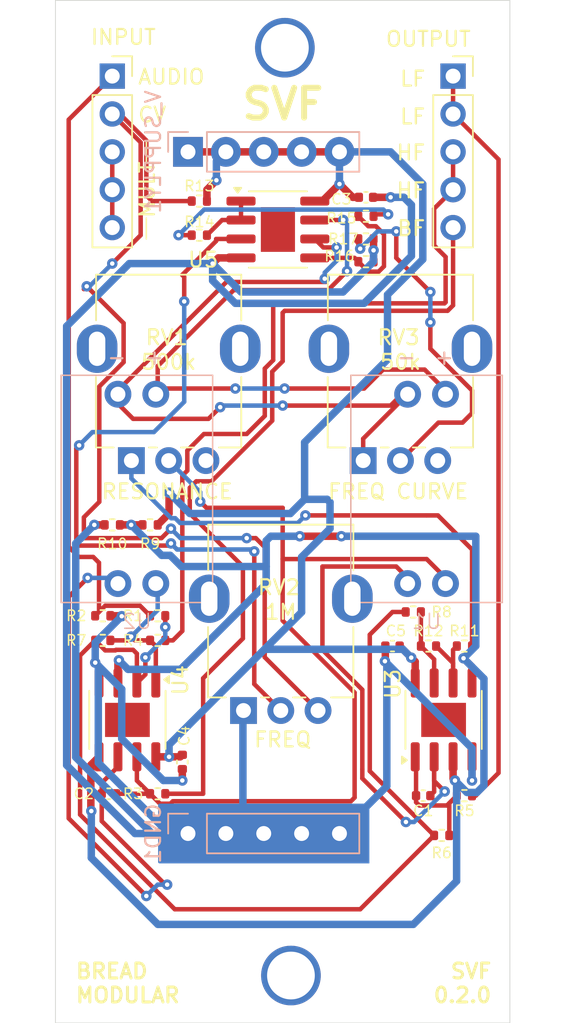
<source format=kicad_pcb>
(kicad_pcb (version 20240108) (generator "pcbnew") (generator_version "8.0")
  (layers (0 "F.Cu" signal) (31 "B.Cu" signal) (34 "B.Paste" user) (35 "F.Paste" user) (36 "B.SilkS" user "B.Silkscreen") (37 "F.SilkS" user "F.Silkscreen") (38 "B.Mask" user) (39 "F.Mask" user) (44 "Edge.Cuts" user))
  (net 0 "")
  (net 1 "GND")
  (net 2 "Net-(C1-Pad2)")
  (net 3 "Net-(U3A--)")
  (net 4 "Net-(U4B--)")
  (net 5 "Net-(C2-Pad2)")
  (net 6 "Net-(INPUT1-Pin_3)")
  (net 7 "V_IN")
  (net 8 "V_CV")
  (net 9 "V_HF")
  (net 10 "V_LF")
  (net 11 "V_BF")
  (net 12 "V_SUPPLY")
  (net 13 "Net-(U4A--)")
  (net 14 "Net-(R4-Pad1)")
  (net 15 "Net-(R12-Pad1)")
  (net 16 "V_MID")
  (net 17 "Net-(R11-Pad2)")
  (net 18 "Net-(U3B--)")
  (net 19 "Net-(U5A--)")
  (net 20 "Net-(R14-Pad1)")
  (net 21 "Net-(U5B-+)")
  (net 22 "VACTROL_NEG")
  (net 24 "Net-(U5A-+)")
  (net 25 "VACTROL_POS")
  (net 26 "Net-(R17-Pad2)")
  (footprint "Resistor_SMD:R_0402_1005Metric" (layer "F.Cu") (at 67.816 55.118)
    (property "Reference" "R15")
    (property "Value" "1M")
  )
  (footprint "Package_SO:SOIC-8-1EP_3.9x4.9mm_P1.27mm_EP2.29x3mm" (layer "F.Cu") (at 73.025 88.9 90)
    (property "Reference" "U3")
    (property "Value" "MCP6002-xSN")
  )
  (footprint "Resistor_SMD:R_0402_1005Metric" (layer "F.Cu") (at 50.163 81.915 180)
    (property "Reference" "R2")
    (property "Value" "22k")
  )
  (footprint "BreadModular_Pots:Potentiometer_RV09" (layer "F.Cu") (at 54.711 64.516)
    (property "Reference" "RV1")
    (property "Value" "500k")
  )
  (footprint "BreadModular_Pots:Potentiometer_RV09" (layer "F.Cu") (at 62.23 81.28)
    (property "Reference" "RV2")
    (property "Value" "1M")
  )
  (footprint "Resistor_SMD:R_0402_1005Metric" (layer "F.Cu") (at 53.846 93.853)
    (property "Reference" "R3")
    (property "Value" "1k")
  )
  (footprint "Resistor_SMD:R_0402_1005Metric" (layer "F.Cu") (at 56.64 56.388)
    (property "Reference" "R14")
    (property "Value" "1k")
  )
  (footprint "Capacitor_SMD:C_0402_1005Metric" (layer "F.Cu") (at 55.499 91.722 -90)
    (property "Reference" "C4")
    (property "Value" "0.1uf")
  )
  (footprint "Resistor_SMD:R_0402_1005Metric" (layer "F.Cu") (at 56.64 54.102)
    (property "Reference" "R13")
    (property "Value" "100k")
  )
  (footprint "Connector_PinSocket_2.54mm:PinSocket_1x05_P2.54mm_Vertical" (layer "F.Cu") (at 50.8 45.72)
    (property "Reference" "INPUT1")
    (property "Value" "Conn_01x05_Socket")
  )
  (footprint "Resistor_SMD:R_0402_1005Metric" (layer "F.Cu") (at 72.896 96.647 180)
    (property "Reference" "R6")
    (property "Value" "10k")
  )
  (footprint "Capacitor_SMD:C_0402_1005Metric" (layer "F.Cu") (at 71.656 93.98 180)
    (property "Reference" "C1")
    (property "Value" "10nf")
  )
  (footprint "Package_SO:SOIC-8-1EP_3.9x4.9mm_P1.27mm_EP2.29x3mm" (layer "F.Cu") (at 51.816 88.9 -90)
    (property "Reference" "U4")
    (property "Value" "MCP6002-xSN")
  )
  (footprint "Resistor_SMD:R_0402_1005Metric" (layer "F.Cu") (at 72.009 83.947)
    (property "Reference" "R12")
    (property "Value" "51k")
  )
  (footprint "Resistor_SMD:R_0402_1005Metric" (layer "F.Cu") (at 53.338 75.819 180)
    (property "Reference" "R9")
    (property "Value" "1k")
  )
  (footprint "Capacitor_SMD:C_0402_1005Metric" (layer "F.Cu") (at 50.574 93.853)
    (property "Reference" "C2")
    (property "Value" "10nf")
  )
  (footprint "Resistor_SMD:R_0402_1005Metric" (layer "F.Cu") (at 53.848 83.566)
    (property "Reference" "R4")
    (property "Value" "1k")
  )
  (footprint "Resistor_SMD:R_0402_1005Metric" (layer "F.Cu") (at 50.163 83.566)
    (property "Reference" "R7")
    (property "Value" "10k")
  )
  (footprint "Resistor_SMD:R_0402_1005Metric" (layer "F.Cu") (at 67.816 58.166 180)
    (property "Reference" "R16")
    (property "Value" "1M")
  )
  (footprint "Capacitor_SMD:C_0402_1005Metric" (layer "F.Cu") (at 67.818 53.848)
    (property "Reference" "C3")
    (property "Value" "0.1uf")
  )
  (footprint "Resistor_SMD:R_0402_1005Metric" (layer "F.Cu") (at 53.846 81.915)
    (property "Reference" "R1")
    (property "Value" "51k")
  )
  (footprint "Resistor_SMD:R_0402_1005Metric" (layer "F.Cu") (at 50.802 75.819 180)
    (property "Reference" "R10")
    (property "Value" "1k")
  )
  (footprint "Capacitor_SMD:C_0402_1005Metric" (layer "F.Cu") (at 69.596 83.947 180)
    (property "Reference" "C5")
    (property "Value" "0.1uf")
  )
  (footprint "Connector_PinSocket_2.54mm:PinSocket_1x05_P2.54mm_Vertical" (layer "F.Cu") (at 73.66 45.72)
    (property "Reference" "OUTPUT1")
    (property "Value" "Conn_01x05_Socket")
  )
  (footprint "Resistor_SMD:R_0402_1005Metric" (layer "F.Cu") (at 67.816 56.642 180)
    (property "Reference" "R17")
    (property "Value" "5.1k")
  )
  (footprint "Resistor_SMD:R_0402_1005Metric" (layer "F.Cu") (at 70.991 81.661 180)
    (property "Reference" "R8")
    (property "Value" "10k")
  )
  (footprint "Resistor_SMD:R_0402_1005Metric" (layer "F.Cu") (at 74.422 83.947)
    (property "Reference" "R11")
    (property "Value" "51k")
  )
  (footprint "BreadModular_Pots:Potentiometer_RV09" (layer "F.Cu") (at 70.257 64.516)
    (property "Reference" "RV3")
    (property "Value" "50k")
  )
  (footprint "Resistor_SMD:R_0402_1005Metric" (layer "F.Cu") (at 74.42 93.98)
    (property "Reference" "R5")
    (property "Value" "1k")
  )
  (footprint "Package_SO:SOIC-8-1EP_3.9x4.9mm_P1.27mm_EP2.29x3mm" (layer "F.Cu") (at 61.911 56.007)
    (property "Reference" "U5")
    (property "Value" "MCP6002-xSN")
  )
  (footprint "BreadModular_MISC:VTL5C" (layer "B.Cu") (at 71.882 73.406 180)
    (property "Reference" "U1")
    (property "Value" "VTL5C")
  )
  (footprint "BreadModular_MISC:Power_Connector" (layer "B.Cu") (at 55.88 50.8 -90)
    (property "Reference" "V_SUPPLY1")
    (property "Value" "Conn_01x05_Pin")
  )
  (footprint "BreadModular_MISC:Power_Connector" (layer "B.Cu") (at 55.88 96.52 -90)
    (property "Reference" "GND1")
    (property "Value" "Conn_01x05_Pin")
  )
  (footprint "BreadModular_MISC:VTL5C" (layer "B.Cu") (at 52.451 73.406 180)
    (property "Reference" "U2")
    (property "Value" "VTL5C")
  )
  (gr_poly (pts (xy 53.975 94.615) (xy 67.945 94.615) (xy 67.945 98.425) (xy 53.975 98.425)) (stroke (width 0.2)) (fill solid) (layer "B.Cu") (net 1))
  (gr_line (start 53.086 51.435) (end 53.086 50.165) (stroke (width 0.1)) (layer "F.SilkS"))
  (gr_line (start 53.086 55.245) (end 53.086 56.642) (stroke (width 0.1)) (layer "F.SilkS"))
  (gr_line (start 46.99 109.22) (end 77.47 109.22) (stroke (width 0.05)) (layer "Edge.Cuts"))
  (gr_line (start 77.47 40.64) (end 46.99 40.64) (stroke (width 0.05)) (layer "Edge.Cuts"))
  (gr_line (start 46.99 40.64) (end 46.99 109.22) (stroke (width 0.05)) (layer "Edge.Cuts"))
  (gr_line (start 77.47 109.22) (end 77.47 40.64) (stroke (width 0.05)) (layer "Edge.Cuts"))
  (gr_text "HF" (at 71.882 53.975 0) (layer "F.SilkS") (effects (font (size 1 1)) (justify right bottom)))
  (gr_text "LF" (at 71.882 46.482 0) (layer "F.SilkS") (effects (font (size 1 1)) (justify right bottom)))
  (gr_text "AUDIO" (at 52.451 46.355 0) (layer "F.SilkS") (effects (font (size 1 1)) (justify left bottom)))
  (gr_text "INPUT" (at 49.276 43.688 0) (layer "F.SilkS") (effects (font (size 1 1)) (justify left bottom)))
  (gr_text "RESONANCE" (at 54.483 74.168 0) (layer "F.SilkS") (effects (font (size 1 1)) (justify bottom)))
  (gr_text "SVF\n0.2.0" (at 76.327 107.95 0) (layer "F.SilkS") (effects (font (size 1 1) (thickness 0.2) (bold yes)) (justify right bottom)))
  (gr_text "SVF" (at 59.309 48.768 0) (layer "F.SilkS") (effects (font (size 2 2) (thickness 0.4) (bold yes)) (justify left bottom)))
  (gr_text "LF" (at 71.882 49.022 0) (layer "F.SilkS") (effects (font (size 1 1)) (justify right bottom)))
  (gr_text "FREQ" (at 62.23 90.805 0) (layer "F.SilkS") (effects (font (size 1 1)) (justify bottom)))
  (gr_text "BF" (at 71.882 56.515 0) (layer "F.SilkS") (effects (font (size 1 1)) (justify right bottom)))
  (gr_text "FREQ CURVE" (at 69.977 74.168 0) (layer "F.SilkS") (effects (font (size 1 1)) (justify bottom)))
  (gr_text "MULT" (at 53.721 53.34 90) (layer "F.SilkS") (effects (font (size 1 1)) (justify bottom)))
  (gr_text "CV" (at 52.451 48.895 0) (layer "F.SilkS") (effects (font (size 1 1)) (justify left bottom)))
  (gr_text "HF" (at 71.882 51.435 0) (layer "F.SilkS") (effects (font (size 1 1)) (justify right bottom)))
  (gr_text "OUTPUT" (at 74.93 43.815 0) (layer "F.SilkS") (effects (font (size 1 1)) (justify right bottom)))
  (gr_text "BREAD\nMODULAR" (at 48.26 107.95 0) (layer "F.SilkS") (effects (font (size 1 1) (thickness 0.2) (bold yes)) (justify left bottom)))
  (via (at 62.784908 106.045) (size 4) (drill 3.2) (layers "F.Cu" "B.Cu") (net 0))
  (via (at 62.37758 43.815) (size 4) (drill 3.2) (layers "F.Cu" "B.Cu") (net 0))
  (segment (start 55.499 92.202) (end 55.499 92.964) (width 0.5) (layer "F.Cu") (net 1))
  (segment (start 50.288 75.819) (end 49.595 75.819) (width 0.5) (layer "F.Cu") (net 1))
  (segment (start 55.88 96.52) (end 66.04 96.52) (width 0.5) (layer "F.Cu") (net 1))
  (segment (start 69.116 83.947) (end 69.116 84.935) (width 0.5) (layer "F.Cu") (net 1))
  (segment (start 68.298 53.848) (end 69.469 53.848) (width 0.5) (layer "F.Cu") (net 1))
  (segment (start 51.405 81.915) (end 51.435 81.945) (width 0.5) (layer "F.Cu") (net 1))
  (segment (start 50.673 81.915) (end 51.405 81.915) (width 0.5) (layer "F.Cu") (net 1))
  (segment (start 74.93 91.375) (end 74.93 92.964) (width 0.5) (layer "F.Cu") (net 1))
  (segment (start 49.911 85.311584) (end 49.658183 85.058767) (width 0.5) (layer "F.Cu") (net 1))
  (segment (start 68.326 56.642) (end 68.326 57.404) (width 0.5) (layer "F.Cu") (net 1))
  (segment (start 57.912 57.912) (end 57.531 58.293) (width 0.5) (layer "F.Cu") (net 1))
  (segment (start 68.326 57.404) (end 68.326 58.166) (width 0.5) (layer "F.Cu") (net 1))
  (segment (start 69.116 84.935) (end 69.088 84.963) (width 0.5) (layer "F.Cu") (net 1))
  (segment (start 49.911 86.425) (end 49.911 85.311584) (width 0.5) (layer "F.Cu") (net 1))
  (segment (start 59.436 57.912) (end 57.912 57.912) (width 0.5) (layer "F.Cu") (net 1))
  (via (at 55.499 92.964) (size 0.7) (drill 0.3) (layers "F.Cu" "B.Cu") (net 1))
  (via (at 57.531 58.293) (size 0.7) (drill 0.3) (layers "F.Cu" "B.Cu") (net 1))
  (via (at 49.595 75.819) (size 0.7) (drill 0.3) (layers "F.Cu" "B.Cu") (net 1))
  (via (at 69.469 53.848) (size 0.7) (drill 0.3) (layers "F.Cu" "B.Cu") (net 1))
  (via (at 49.658183 85.058767) (size 0.7) (drill 0.3) (layers "F.Cu" "B.Cu") (net 1))
  (via (at 68.326 57.404) (size 0.7) (drill 0.3) (layers "F.Cu" "B.Cu") (net 1))
  (via (at 69.088 84.963) (size 0.7) (drill 0.3) (layers "F.Cu" "B.Cu") (net 1))
  (via (at 74.93 92.964) (size 0.7) (drill 0.3) (layers "F.Cu" "B.Cu") (net 1))
  (via (at 51.435 81.945) (size 0.7) (drill 0.3) (layers "F.Cu" "B.Cu") (net 1))
  (segment (start 68.326 58.154371) (end 66.282371 60.198) (width 0.5) (layer "B.Cu") (net 1))
  (segment (start 67.691 60.96) (end 59.055 60.96) (width 0.5) (layer "B.Cu") (net 1))
  (segment (start 69.469 53.848) (end 70.358 53.848) (width 0.5) (layer "B.Cu") (net 1))
  (segment (start 48.349 91.402) (end 48.349 77.065) (width 0.5) (layer "B.Cu") (net 1))
  (segment (start 59.436 60.198) (end 57.531 58.293) (width 0.5) (layer "B.Cu") (net 1))
  (segment (start 51.943 58.293) (end 47.74 62.496) (width 0.5) (layer "B.Cu") (net 1))
  (segment (start 49.863708 85.264292) (end 49.863708 91.773708) (width 0.5) (layer "B.Cu") (net 1))
  (segment (start 69.215 93.345) (end 66.04 96.52) (width 0.5) (layer "B.Cu") (net 1))
  (segment (start 49.863708 91.773708) (end 54.61 96.52) (width 0.5) (layer "B.Cu") (net 1))
  (segment (start 59.603 88.86) (end 59.563 88.9) (width 0.5) (layer "B.Cu") (net 1))
  (segment (start 48.349 77.065) (end 49.595 75.819) (width 0.5) (layer "B.Cu") (net 1))
  (segment (start 54.229 92.964) (end 51.435 90.17) (width 0.5) (layer "B.Cu") (net 1))
  (segment (start 70.866 54.356) (end 70.866 57.785) (width 0.5) (layer "B.Cu") (net 1))
  (segment (start 57.531 58.293) (end 51.943 58.293) (width 0.5) (layer "B.Cu") (net 1))
  (segment (start 53.467 96.52) (end 48.349 91.402) (width 0.5) (layer "B.Cu") (net 1))
  (segment (start 52.324 96.52) (end 55.88 96.52) (width 0.5) (layer "B.Cu") (net 1))
  (segment (start 47.74 62.496) (end 47.74 91.936) (width 0.5) (layer "B.Cu") (net 1))
  (segment (start 51.435 86.835584) (end 49.658183 85.058767) (width 0.5) (layer "B.Cu") (net 1))
  (segment (start 66.282371 60.198) (end 59.436 60.198) (width 0.5) (layer "B.Cu") (net 1))
  (segment (start 51.435 81.945) (end 49.658183 83.721817) (width 0.5) (layer "B.Cu") (net 1))
  (segment (start 74.93 92.964) (end 74.93 90.805) (width 0.5) (layer "B.Cu") (net 1))
  (segment (start 59.563 88.9) (end 59.563 95.377) (width 0.5) (layer "B.Cu") (net 1))
  (segment (start 70.358 53.848) (end 70.866 54.356) (width 0.5) (layer "B.Cu") (net 1))
  (segment (start 59.603 88.272) (end 59.603 88.86) (width 0.5) (layer "B.Cu") (net 1))
  (segment (start 49.658183 83.721817) (end 49.658183 85.058767) (width 0.5) (layer "B.Cu") (net 1))
  (segment (start 49.658183 85.058767) (end 49.863708 85.264292) (width 0.5) (layer "B.Cu") (net 1))
  (segment (start 59.055 60.96) (end 57.531 59.436) (width 0.5) (layer "B.Cu") (net 1))
  (segment (start 74.93 90.805) (end 69.088 84.963) (width 0.5) (layer "B.Cu") (net 1))
  (segment (start 69.215 85.09) (end 69.215 93.345) (width 0.5) (layer "B.Cu") (net 1))
  (segment (start 47.74 91.936) (end 52.324 96.52) (width 0.5) (layer "B.Cu") (net 1))
  (segment (start 68.326 57.404) (end 68.326 58.154371) (width 0.5) (layer "B.Cu") (net 1))
  (segment (start 59.563 95.377) (end 58.42 96.52) (width 0.5) (layer "B.Cu") (net 1))
  (segment (start 69.088 84.963) (end 69.215 85.09) (width 0.5) (layer "B.Cu") (net 1))
  (segment (start 55.499 92.964) (end 54.229 92.964) (width 0.5) (layer "B.Cu") (net 1))
  (segment (start 54.61 96.52) (end 55.88 96.52) (width 0.5) (layer "B.Cu") (net 1))
  (segment (start 51.435 90.17) (end 51.435 86.835584) (width 0.5) (layer "B.Cu") (net 1))
  (segment (start 55.88 96.52) (end 53.467 96.52) (width 0.5) (layer "B.Cu") (net 1))
  (segment (start 57.531 59.436) (end 57.531 58.293) (width 0.5) (layer "B.Cu") (net 1))
  (segment (start 70.866 57.785) (end 67.691 60.96) (width 0.5) (layer "B.Cu") (net 1))
  (segment (start 71.176 93.98) (end 71.176 91.431) (width 0.3) (layer "F.Cu") (net 2))
  (segment (start 71.399 94.64) (end 71.176 94.417) (width 0.3) (layer "F.Cu") (net 2))
  (segment (start 73.406 96.647) (end 73.406 94.484) (width 0.3) (layer "F.Cu") (net 2))
  (segment (start 73.406 94.484) (end 73.91 93.98) (width 0.3) (layer "F.Cu") (net 2))
  (segment (start 73.91 93.98) (end 73.25 94.64) (width 0.3) (layer "F.Cu") (net 2))
  (segment (start 73.25 94.64) (end 71.399 94.64) (width 0.3) (layer "F.Cu") (net 2))
  (segment (start 71.176 94.417) (end 71.176 93.98) (width 0.3) (layer "F.Cu") (net 2))
  (segment (start 71.176 91.431) (end 71.12 91.375) (width 0.3) (layer "F.Cu") (net 2))
  (segment (start 72.39 91.375) (end 72.39 93.726) (width 0.3) (layer "F.Cu") (net 3))
  (segment (start 64.897 84.201) (end 67.056 86.36) (width 0.3) (layer "F.Cu") (net 3))
  (segment (start 73.096432 93.697829) (end 72.39 92.991397) (width 0.3) (layer "F.Cu") (net 3))
  (segment (start 67.572 86.876) (end 67.572 92.202) (width 0.3) (layer "F.Cu") (net 3))
  (segment (start 67.056 86.36) (end 67.572 86.876) (width 0.3) (layer "F.Cu") (net 3))
  (segment (start 72.39 92.991397) (end 72.39 91.375) (width 0.3) (layer "F.Cu") (net 3))
  (segment (start 64.897 78.613) (end 64.897 84.201) (width 0.3) (layer "F.Cu") (net 3))
  (segment (start 67.572 92.202) (end 67.572 92.82295) (width 0.3) (layer "F.Cu") (net 3))
  (segment (start 70.612 79.375) (end 69.85 78.613) (width 0.3) (layer "F.Cu") (net 3))
  (segment (start 72.39 93.726) (end 72.136 93.98) (width 0.3) (layer "F.Cu") (net 3))
  (segment (start 67.572 92.82295) (end 70.496025 95.746975) (width 0.3) (layer "F.Cu") (net 3))
  (segment (start 69.85 78.613) (end 64.897 78.613) (width 0.3) (layer "F.Cu") (net 3))
  (via (at 70.496025 95.746975) (size 0.7) (drill 0.3) (layers "F.Cu" "B.Cu") (net 3))
  (via (at 73.096432 93.697829) (size 0.7) (drill 0.3) (layers "F.Cu" "B.Cu") (net 3))
  (segment (start 71.047286 95.746975) (end 70.496025 95.746975) (width 0.3) (layer "B.Cu") (net 3))
  (segment (start 73.096432 93.697829) (end 71.047286 95.746975) (width 0.3) (layer "B.Cu") (net 3))
  (segment (start 51.181 92.037524) (end 51.181 91.375) (width 0.3) (layer "F.Cu") (net 4))
  (segment (start 54.356 99.949) (end 50.094 95.687) (width 0.3) (layer "F.Cu") (net 4))
  (segment (start 54.483 99.949) (end 54.356 99.949) (width 0.3) (layer "F.Cu") (net 4))
  (segment (start 47.879 80.645) (end 49.149 79.375) (width 0.3) (layer "F.Cu") (net 4))
  (segment (start 47.879 95.504) (end 47.879 80.645) (width 0.3) (layer "F.Cu") (net 4))
  (segment (start 53.086 100.711) (end 47.879 95.504) (width 0.3) (layer "F.Cu") (net 4))
  (segment (start 50.094 95.687) (end 50.094 93.853) (width 0.3) (layer "F.Cu") (net 4))
  (segment (start 50.094 93.853) (end 50.094 93.124524) (width 0.3) (layer "F.Cu") (net 4))
  (segment (start 50.094 93.124524) (end 51.181 92.037524) (width 0.3) (layer "F.Cu") (net 4))
  (via (at 49.149 79.375) (size 0.7) (drill 0.3) (layers "F.Cu" "B.Cu") (net 4))
  (via (at 53.086 100.711) (size 0.7) (drill 0.3) (layers "F.Cu" "B.Cu") (net 4))
  (via (at 54.483 99.949) (size 0.7) (drill 0.3) (layers "F.Cu" "B.Cu") (net 4))
  (segment (start 53.086 100.711) (end 53.848 99.949) (width 0.3) (layer "B.Cu") (net 4))
  (segment (start 51.308 79.375) (end 49.149 79.375) (width 0.3) (layer "B.Cu") (net 4))
  (segment (start 53.848 99.949) (end 54.483 99.949) (width 0.3) (layer "B.Cu") (net 4))
  (segment (start 62.238 78.113) (end 62.23 78.105) (width 0.3) (layer "F.Cu") (net 5))
  (segment (start 54.695634 94.523) (end 54.865634 94.353) (width 0.3) (layer "F.Cu") (net 5))
  (segment (start 56.699 74.257) (end 57.118 74.676) (width 0.3) (layer "F.Cu") (net 5))
  (segment (start 66.81 94.353) (end 67.056 94.107) (width 0.3) (layer "F.Cu") (net 5))
  (segment (start 54.865634 94.353) (end 66.81 94.353) (width 0.3) (layer "F.Cu") (net 5))
  (segment (start 54.006 94.523) (end 54.695634 94.523) (width 0.3) (layer "F.Cu") (net 5))
  (segment (start 51.054 93.853) (end 53.336 93.853) (width 0.3) (layer "F.Cu") (net 5))
  (segment (start 67.056 94.107) (end 67.056 87.067107) (width 0.3) (layer "F.Cu") (net 5))
  (segment (start 53.336 93.853) (end 54.006 94.523) (width 0.3) (layer "F.Cu") (net 5))
  (segment (start 73.152 79.375) (end 71.89 78.113) (width 0.3) (layer "F.Cu") (net 5))
  (segment (start 57.118 74.676) (end 62.23 74.676) (width 0.3) (layer "F.Cu") (net 5))
  (segment (start 62.23 74.676) (end 62.23 78.105) (width 0.3) (layer "F.Cu") (net 5))
  (segment (start 52.451 92.968) (end 52.451 91.375) (width 0.3) (layer "F.Cu") (net 5))
  (segment (start 67.056 87.067107) (end 62.23 82.241107) (width 0.3) (layer "F.Cu") (net 5))
  (segment (start 53.336 93.853) (end 52.451 92.968) (width 0.3) (layer "F.Cu") (net 5))
  (segment (start 71.89 78.113) (end 62.238 78.113) (width 0.3) (layer "F.Cu") (net 5))
  (segment (start 62.23 82.241107) (end 62.23 78.105) (width 0.3) (layer "F.Cu") (net 5))
  (via (at 56.699 74.257) (size 0.7) (drill 0.3) (layers "F.Cu" "B.Cu") (net 5))
  (segment (start 56.699 73.623) (end 54.584 71.508) (width 0.3) (layer "B.Cu") (net 5))
  (segment (start 56.699 74.257) (end 56.699 73.623) (width 0.3) (layer "B.Cu") (net 5))
  (segment (start 50.8 50.8) (end 50.8 55.88) (width 0.3) (layer "F.Cu") (net 6))
  (segment (start 52.666 81.245) (end 53.336 81.915) (width 0.3) (layer "F.Cu") (net 7))
  (segment (start 50.323 81.245) (end 52.666 81.245) (width 0.3) (layer "F.Cu") (net 7))
  (segment (start 49.653 81.915) (end 50.323 81.245) (width 0.3) (layer "F.Cu") (net 7))
  (segment (start 47.879 77.288107) (end 48.560893 77.97) (width 0.3) (layer "F.Cu") (net 7))
  (segment (start 49.911 78.359) (end 49.911 81.657) (width 0.3) (layer "F.Cu") (net 7))
  (segment (start 49.522 77.97) (end 49.911 78.359) (width 0.3) (layer "F.Cu") (net 7))
  (segment (start 48.560893 77.97) (end 49.522 77.97) (width 0.3) (layer "F.Cu") (net 7))
  (segment (start 50.8 45.72) (end 47.879 48.641) (width 0.3) (layer "F.Cu") (net 7))
  (segment (start 49.911 81.657) (end 49.653 81.915) (width 0.3) (layer "F.Cu") (net 7))
  (segment (start 47.879 48.641) (end 47.879 77.288107) (width 0.3) (layer "F.Cu") (net 7))
  (segment (start 64.603 88.272) (end 61.025 84.694) (width 0.3) (layer "F.Cu") (net 8))
  (segment (start 48.895 76.708) (end 48.895 75.311) (width 0.3) (layer "F.Cu") (net 8))
  (segment (start 50.664305 65.806) (end 51.562 64.908305) (width 0.3) (layer "F.Cu") (net 8))
  (segment (start 48.895 75.311) (end 49.931 74.275) (width 0.3) (layer "F.Cu") (net 8))
  (segment (start 53.086 50.038) (end 53.086 53.721) (width 0.3) (layer "F.Cu") (net 8))
  (segment (start 61.025 77.30705) (end 60.42595 76.708) (width 0.3) (layer "F.Cu") (net 8))
  (segment (start 50.663233 65.806) (end 50.664305 65.806) (width 0.3) (layer "F.Cu") (net 8))
  (segment (start 60.42595 76.708) (end 59.817 76.708) (width 0.3) (layer "F.Cu") (net 8))
  (segment (start 49.931 66.538233) (end 50.663233 65.806) (width 0.3) (layer "F.Cu") (net 8))
  (segment (start 61.025 84.694) (end 61.025 77.30705) (width 0.3) (layer "F.Cu") (net 8))
  (segment (start 54.102 76.708) (end 48.895 76.708) (width 0.3) (layer "F.Cu") (net 8))
  (segment (start 54.737 76.073) (end 54.102 76.708) (width 0.3) (layer "F.Cu") (net 8))
  (segment (start 53.086 53.721) (end 53.467 54.102) (width 0.3) (layer "F.Cu") (net 8))
  (segment (start 50.8 48.26) (end 51.308 48.26) (width 0.3) (layer "F.Cu") (net 8))
  (segment (start 49.087 59.817) (end 48.895 60.009) (width 0.3) (layer "F.Cu") (net 8))
  (segment (start 51.562 62.292) (end 49.087 59.817) (width 0.3) (layer "F.Cu") (net 8))
  (segment (start 52.705 56.388) (end 52.705 50.165) (width 0.3) (layer "F.Cu") (net 8))
  (segment (start 49.931 74.275) (end 49.931 66.538233) (width 0.3) (layer "F.Cu") (net 8))
  (segment (start 53.467 54.102) (end 56.13 54.102) (width 0.3) (layer "F.Cu") (net 8))
  (segment (start 50.8 58.293) (end 52.705 56.388) (width 0.3) (layer "F.Cu") (net 8))
  (segment (start 52.705 50.165) (end 50.8 48.26) (width 0.3) (layer "F.Cu") (net 8))
  (segment (start 51.308 48.26) (end 53.086 50.038) (width 0.3) (layer "F.Cu") (net 8))
  (segment (start 51.562 64.908305) (end 51.562 62.292) (width 0.3) (layer "F.Cu") (net 8))
  (via (at 50.8 58.293) (size 0.7) (drill 0.3) (layers "F.Cu" "B.Cu") (net 8))
  (via (at 49.087 59.817) (size 0.7) (drill 0.3) (layers "F.Cu" "B.Cu") (net 8))
  (via (at 54.737 76.073) (size 0.7) (drill 0.3) (layers "F.Cu" "B.Cu") (net 8))
  (via (at 59.817 76.708) (size 0.7) (drill 0.3) (layers "F.Cu" "B.Cu") (net 8))
  (segment (start 55.372 76.708) (end 59.817 76.708) (width 0.3) (layer "B.Cu") (net 8))
  (segment (start 49.276 59.817) (end 50.8 58.293) (width 0.3) (layer "B.Cu") (net 8))
  (segment (start 54.737 76.073) (end 55.372 76.708) (width 0.3) (layer "B.Cu") (net 8))
  (segment (start 49.087 59.817) (end 49.276 59.817) (width 0.3) (layer "B.Cu") (net 8))
  (segment (start 55.499 82.935) (end 55.499 72.517) (width 0.3) (layer "F.Cu") (net 9))
  (segment (start 73.087894 60.96) (end 73.16 60.887894) (width 0.3) (layer "F.Cu") (net 9))
  (segment (start 73.16 60.887894) (end 73.16 57.847057) (width 0.3) (layer "F.Cu") (net 9))
  (segment (start 56.948107 69.723) (end 59.817 69.723) (width 0.3) (layer "F.Cu") (net 9))
  (segment (start 73.66 50.8) (end 73.66 53.34) (width 0.3) (layer "F.Cu") (net 9))
  (segment (start 55.834 70.837107) (end 56.948107 69.723) (width 0.3) (layer "F.Cu") (net 9))
  (segment (start 72.39 57.077057) (end 72.39 54.61) (width 0.3) (layer "F.Cu") (net 9))
  (segment (start 61.03 65.335) (end 61.595 64.77) (width 0.3) (layer "F.Cu") (net 9))
  (segment (start 61.595 60.96) (end 73.087894 60.96) (width 0.3) (layer "F.Cu") (net 9))
  (segment (start 72.39 54.61) (end 73.66 53.34) (width 0.3) (layer "F.Cu") (net 9))
  (segment (start 61.595 64.77) (end 61.595 60.96) (width 0.3) (layer "F.Cu") (net 9))
  (segment (start 55.834 72.182) (end 55.834 70.837107) (width 0.3) (layer "F.Cu") (net 9))
  (segment (start 55.499 72.517) (end 55.834 72.182) (width 0.3) (layer "F.Cu") (net 9))
  (segment (start 54.868 83.566) (end 55.499 82.935) (width 0.3) (layer "F.Cu") (net 9))
  (segment (start 61.03 68.51) (end 61.03 65.335) (width 0.3) (layer "F.Cu") (net 9))
  (segment (start 73.16 57.847057) (end 72.39 57.077057) (width 0.3) (layer "F.Cu") (net 9))
  (segment (start 54.358 83.566) (end 54.868 83.566) (width 0.3) (layer "F.Cu") (net 9))
  (segment (start 59.817 69.723) (end 61.03 68.51) (width 0.3) (layer "F.Cu") (net 9))
  (segment (start 73.66 45.72) (end 73.66 48.26) (width 0.3) (layer "F.Cu") (net 10))
  (segment (start 75.184 93.98) (end 74.93 93.98) (width 0.3) (layer "F.Cu") (net 10))
  (segment (start 73.66 48.26) (end 76.708 51.308) (width 0.3) (layer "F.Cu") (net 10))
  (segment (start 76.708 92.456) (end 75.184 93.98) (width 0.3) (layer "F.Cu") (net 10))
  (segment (start 76.708 51.308) (end 76.708 92.456) (width 0.3) (layer "F.Cu") (net 10))
  (segment (start 56.43305 72.898) (end 57.461767 72.898) (width 0.3) (layer "F.Cu") (net 11))
  (segment (start 73.295 61.46) (end 73.66 61.095) (width 0.3) (layer "F.Cu") (net 11))
  (segment (start 54.356 93.853) (end 56.896 93.853) (width 0.3) (layer "F.Cu") (net 11))
  (segment (start 61.53 65.542106) (end 62.23 64.842106) (width 0.3) (layer "F.Cu") (net 11))
  (segment (start 55.999 75.049) (end 55.999 73.33205) (width 0.3) (layer "F.Cu") (net 11))
  (segment (start 55.999 73.33205) (end 56.43305 72.898) (width 0.3) (layer "F.Cu") (net 11))
  (segment (start 56.896 93.853) (end 56.896 86.106) (width 0.3) (layer "F.Cu") (net 11))
  (segment (start 62.365 61.46) (end 73.295 61.46) (width 0.3) (layer "F.Cu") (net 11))
  (segment (start 59.563 78.613) (end 55.999 75.049) (width 0.3) (layer "F.Cu") (net 11))
  (segment (start 59.563 83.439) (end 59.563 78.613) (width 0.3) (layer "F.Cu") (net 11))
  (segment (start 73.66 61.095) (end 73.66 55.88) (width 0.3) (layer "F.Cu") (net 11))
  (segment (start 56.896 86.106) (end 59.563 83.439) (width 0.3) (layer "F.Cu") (net 11))
  (segment (start 62.23 61.595) (end 62.365 61.46) (width 0.3) (layer "F.Cu") (net 11))
  (segment (start 61.53 68.829767) (end 61.53 65.542106) (width 0.3) (layer "F.Cu") (net 11))
  (segment (start 62.23 64.842106) (end 62.23 61.595) (width 0.3) (layer "F.Cu") (net 11))
  (segment (start 57.461767 72.898) (end 61.53 68.829767) (width 0.3) (layer "F.Cu") (net 11))
  (segment (start 53.721 91.375) (end 54.61 91.375) (width 0.5) (layer "F.Cu") (net 12))
  (segment (start 54.61 73.66) (end 54.61 75.057) (width 0.5) (layer "F.Cu") (net 12))
  (segment (start 57.15 54.102) (end 57.15 53.34) (width 0.5) (layer "F.Cu") (net 12))
  (segment (start 66.929 53.848) (end 67.338 53.848) (width 0.5) (layer "F.Cu") (net 12))
  (segment (start 64.386 54.102) (end 64.897 54.102) (width 0.5) (layer "F.Cu") (net 12))
  (segment (start 64.897 54.102) (end 66.04 52.959) (width 0.5) (layer "F.Cu") (net 12))
  (segment (start 71.12 84.991) (end 70.852 84.723) (width 0.5) (layer "F.Cu") (net 12))
  (segment (start 66.04 52.959) (end 66.929 53.848) (width 0.5) (layer "F.Cu") (net 12))
  (segment (start 55.88 50.8) (end 66.04 50.8) (width 0.5) (layer "F.Cu") (net 12))
  (segment (start 54.61 75.057) (end 53.848 75.819) (width 0.5) (layer "F.Cu") (net 12))
  (segment (start 55.366 91.375) (end 55.499 91.242) (width 0.5) (layer "F.Cu") (net 12))
  (segment (start 71.12 86.425) (end 71.12 84.991) (width 0.5) (layer "F.Cu") (net 12))
  (segment (start 57.15 53.34) (end 57.785 52.705) (width 0.5) (layer "F.Cu") (net 12))
  (segment (start 70.852 84.723) (end 70.076 83.947) (width 0.5) (layer "F.Cu") (net 12))
  (segment (start 54.61 91.375) (end 55.366 91.375) (width 0.5) (layer "F.Cu") (net 12))
  (via (at 66.04 52.959) (size 0.7) (drill 0.3) (layers "F.Cu" "B.Cu") (net 12))
  (via (at 54.61 91.375) (size 0.7) (drill 0.3) (layers "F.Cu" "B.Cu") (net 12))
  (via (at 54.61 73.66) (size 0.7) (drill 0.3) (layers "F.Cu" "B.Cu") (net 12))
  (via (at 57.785 52.705) (size 0.7) (drill 0.3) (layers "F.Cu" "B.Cu") (net 12))
  (via (at 70.852 84.723) (size 0.7) (drill 0.3) (layers "F.Cu" "B.Cu") (net 12))
  (segment (start 54.61 90.565) (end 54.61 91.375) (width 0.5) (layer "B.Cu") (net 12))
  (segment (start 63.702129 74.1045) (end 65.2145 74.1045) (width 0.5) (layer "B.Cu") (net 12))
  (segment (start 69.262 60.37895) (end 71.628 58.01295) (width 0.5) (layer "B.Cu") (net 12))
  (segment (start 71.628 52.959) (end 69.469 50.8) (width 0.5) (layer "B.Cu") (net 12))
  (segment (start 71.628 58.01295) (end 71.628 52.959) (width 0.5) (layer "B.Cu") (net 12))
  (segment (start 69.469 50.8) (end 66.04 50.8) (width 0.5) (layer "B.Cu") (net 12))
  (segment (start 70.292 84.163) (end 61.012 84.163) (width 0.5) (layer "B.Cu") (net 12))
  (segment (start 69.262 64.723) (end 69.262 60.37895) (width 0.5) (layer "B.Cu") (net 12))
  (segment (start 65.2145 74.1045) (end 65.405 74.295) (width 0.5) (layer "B.Cu") (net 12))
  (segment (start 54.61 73.66) (end 56.007 75.057) (width 0.5) (layer "B.Cu") (net 12))
  (segment (start 65.405 74.295) (end 65.405 76.073) (width 0.5) (layer "B.Cu") (net 12))
  (segment (start 62.749629 75.057) (end 63.702129 74.1045) (width 0.5) (layer "B.Cu") (net 12))
  (segment (start 70.852 84.723) (end 70.292 84.163) (width 0.5) (layer "B.Cu") (net 12))
  (segment (start 57.785 51.435) (end 58.42 50.8) (width 0.5) (layer "B.Cu") (net 12))
  (segment (start 63.702129 70.282871) (end 69.262 64.723) (width 0.5) (layer "B.Cu") (net 12))
  (segment (start 63.5 81.675) (end 61.012 84.163) (width 0.5) (layer "B.Cu") (net 12))
  (segment (start 61.012 84.163) (end 54.61 90.565) (width 0.5) (layer "B.Cu") (net 12))
  (segment (start 66.04 52.959) (end 66.04 50.8) (width 0.5) (layer "B.Cu") (net 12))
  (segment (start 63.702129 74.1045) (end 63.702129 70.282871) (width 0.5) (layer "B.Cu") (net 12))
  (segment (start 63.5 77.978) (end 63.5 81.675) (width 0.5) (layer "B.Cu") (net 12))
  (segment (start 65.405 76.073) (end 63.5 77.978) (width 0.5) (layer "B.Cu") (net 12))
  (segment (start 56.007 75.057) (end 62.749629 75.057) (width 0.5) (layer "B.Cu") (net 12))
  (segment (start 57.785 52.705) (end 57.785 51.435) (width 0.5) (layer "B.Cu") (net 12))
  (segment (start 48.641 84.578) (end 49.653 83.566) (width 0.3) (layer "F.Cu") (net 13))
  (segment (start 48.641 95.25) (end 48.641 84.578) (width 0.3) (layer "F.Cu") (net 13))
  (segment (start 52.197 84.201) (end 52.451 84.455) (width 0.3) (layer "F.Cu") (net 13))
  (segment (start 69.596 81.661) (end 68.072 83.185) (width 0.3) (layer "F.Cu") (net 13))
  (segment (start 54.356 81.915) (end 54.356 82.677) (width 0.3) (layer "F.Cu") (net 13))
  (segment (start 68.072 83.185) (end 68.072 92.333) (width 0.3) (layer "F.Cu") (net 13))
  (segment (start 53.021 85.855) (end 52.451 86.425) (width 0.3) (layer "F.Cu") (net 13))
  (segment (start 51.012634 84.236) (end 51.047634 84.201) (width 0.3) (layer "F.Cu") (net 13))
  (segment (start 68.072 92.333) (end 72.386 96.647) (width 0.3) (layer "F.Cu") (net 13))
  (segment (start 50.323 84.236) (end 51.012634 84.236) (width 0.3) (layer "F.Cu") (net 13))
  (segment (start 70.481 81.661) (end 69.596 81.661) (width 0.3) (layer "F.Cu") (net 13))
  (segment (start 49.653 83.566) (end 50.323 84.236) (width 0.3) (layer "F.Cu") (net 13))
  (segment (start 52.451 84.455) (end 52.451 86.425) (width 0.3) (layer "F.Cu") (net 13))
  (segment (start 67.433 101.6) (end 54.991 101.6) (width 0.3) (layer "F.Cu") (net 13))
  (segment (start 72.386 96.647) (end 67.433 101.6) (width 0.3) (layer "F.Cu") (net 13))
  (segment (start 53.021 84.709) (end 53.021 85.855) (width 0.3) (layer "F.Cu") (net 13))
  (segment (start 54.991 101.6) (end 48.641 95.25) (width 0.3) (layer "F.Cu") (net 13))
  (segment (start 51.047634 84.201) (end 52.197 84.201) (width 0.3) (layer "F.Cu") (net 13))
  (via (at 54.356 82.677) (size 0.7) (drill 0.3) (layers "F.Cu" "B.Cu") (net 13))
  (via (at 53.021 84.709) (size 0.7) (drill 0.3) (layers "F.Cu" "B.Cu") (net 13))
  (segment (start 54.356 82.677) (end 54.356 83.374) (width 0.3) (layer "B.Cu") (net 13))
  (segment (start 54.356 83.374) (end 53.021 84.709) (width 0.3) (layer "B.Cu") (net 13))
  (segment (start 53.721 86.425) (end 53.721 83.949) (width 0.3) (layer "F.Cu") (net 14))
  (segment (start 52.324 83.566) (end 52.07 83.312) (width 0.3) (layer "F.Cu") (net 14))
  (segment (start 53.338 83.566) (end 52.324 83.566) (width 0.3) (layer "F.Cu") (net 14))
  (segment (start 50.673 83.566) (end 51.816 83.566) (width 0.3) (layer "F.Cu") (net 14))
  (segment (start 51.816 83.566) (end 52.07 83.312) (width 0.3) (layer "F.Cu") (net 14))
  (segment (start 53.721 83.949) (end 53.338 83.566) (width 0.3) (layer "F.Cu") (net 14))
  (via (at 52.07 83.312) (size 0.7) (drill 0.3) (layers "F.Cu" "B.Cu") (net 14))
  (segment (start 53.848 79.375) (end 53.848 81.534) (width 0.3) (layer "B.Cu") (net 14))
  (segment (start 53.848 81.534) (end 52.07 83.312) (width 0.3) (layer "B.Cu") (net 14))
  (segment (start 72.39 84.838) (end 72.39 86.425) (width 0.3) (layer "F.Cu") (net 15))
  (segment (start 71.501 81.661) (end 71.501 83.945) (width 0.3) (layer "F.Cu") (net 15))
  (segment (start 71.501 83.945) (end 71.499 83.947) (width 0.3) (layer "F.Cu") (net 15))
  (segment (start 71.499 83.947) (end 72.39 84.838) (width 0.3) (layer "F.Cu") (net 15))
  (segment (start 73.66 92.837) (end 73.787 92.964) (width 0.5) (layer "F.Cu") (net 16))
  (segment (start 51.181 86.425) (end 51.181 84.967374) (width 0.5) (layer "F.Cu") (net 16))
  (segment (start 52.07 75.819) (end 51.308 75.819) (width 0.5) (layer "F.Cu") (net 16))
  (segment (start 66.167 76.581) (end 63.373 76.581) (width 0.5) (layer "F.Cu") (net 16))
  (segment (start 74.36 84.766054) (end 74.93 85.336054) (width 0.5) (layer "F.Cu") (net 16))
  (segment (start 73.66 91.375) (end 73.66 92.837) (width 0.5) (layer "F.Cu") (net 16))
  (segment (start 51.181 84.967374) (end 51.247374 84.901) (width 0.5) (layer "F.Cu") (net 16))
  (segment (start 49.364 91.922) (end 49.911 91.375) (width 0.5) (layer "F.Cu") (net 16))
  (segment (start 49.364 94.98305) (end 49.364 91.922) (width 0.5) (layer "F.Cu") (net 16))
  (segment (start 52.828 75.819) (end 52.07 75.819) (width 0.5) (layer "F.Cu") (net 16))
  (segment (start 74.93 85.336054) (end 74.93 86.425) (width 0.5) (layer "F.Cu") (net 16))
  (segment (start 49.394001 95.013051) (end 49.364 94.98305) (width 0.5) (layer "F.Cu") (net 16))
  (via (at 49.394001 95.013051) (size 0.7) (drill 0.3) (layers "F.Cu" "B.Cu") (net 16))
  (via (at 51.247374 84.901) (size 0.7) (drill 0.3) (layers "F.Cu" "B.Cu") (net 16))
  (via (at 63.373 76.581) (size 0.7) (drill 0.3) (layers "F.Cu" "B.Cu") (net 16))
  (via (at 66.167 76.581) (size 0.7) (drill 0.3) (layers "F.Cu" "B.Cu") (net 16))
  (via (at 52.07 75.819) (size 0.7) (drill 0.3) (layers "F.Cu" "B.Cu") (net 16))
  (via (at 73.787 92.964) (size 0.7) (drill 0.3) (layers "F.Cu" "B.Cu") (net 16))
  (via (at 74.36 84.766054) (size 0.7) (drill 0.3) (layers "F.Cu" "B.Cu") (net 16))
  (segment (start 75.184 76.581) (end 66.167 76.581) (width 0.5) (layer "B.Cu") (net 16))
  (segment (start 61.125 76.884629) (end 61.125 78.613) (width 0.5) (layer "B.Cu") (net 16))
  (segment (start 55.438521 78.613) (end 54.688472 77.862951) (width 0.5) (layer "B.Cu") (net 16))
  (segment (start 61.125 78.613) (end 61.125 79.769727) (width 0.5) (layer "B.Cu") (net 16))
  (segment (start 54.688472 77.862951) (end 54.113951 77.862951) (width 0.5) (layer "B.Cu") (net 16))
  (segment (start 74.36 84.766054) (end 75.73 86.136054) (width 0.5) (layer "B.Cu") (net 16))
  (segment (start 74.36 84.766054) (end 75.184 83.942054) (width 0.5) (layer "B.Cu") (net 16))
  (segment (start 61.125 79.769727) (end 55.385727 85.509) (width 0.5) (layer "B.Cu") (net 16))
  (segment (start 61.428629 76.581) (end 61.125 76.884629) (width 0.5) (layer "B.Cu") (net 16))
  (segment (start 75.73 93.295371) (end 75.261371 93.764) (width 0.5) (layer "B.Cu") (net 16))
  (segment (start 61.125 78.613) (end 55.438521 78.613) (width 0.5) (layer "B.Cu") (net 16))
  (segment (start 49.394001 98.150372) (end 49.394001 95.013051) (width 0.5) (layer "B.Cu") (net 16))
  (segment (start 73.896432 93.073432) (end 73.896432 99.712568) (width 0.5) (layer "B.Cu") (net 16))
  (segment (start 73.787 92.964) (end 73.896432 93.073432) (width 0.5) (layer "B.Cu") (net 16))
  (segment (start 75.184 83.942054) (end 75.184 76.581) (width 0.5) (layer "B.Cu") (net 16))
  (segment (start 73.896432 99.712568) (end 70.993 102.616) (width 0.5) (layer "B.Cu") (net 16))
  (segment (start 54.113951 77.862951) (end 52.07 75.819) (width 0.5) (layer "B.Cu") (net 16))
  (segment (start 51.855374 85.509) (end 51.247374 84.901) (width 0.5) (layer "B.Cu") (net 16))
  (segment (start 75.261371 93.764) (end 74.587 93.764) (width 0.5) (layer "B.Cu") (net 16))
  (segment (start 55.385727 85.509) (end 51.855374 85.509) (width 0.5) (layer "B.Cu") (net 16))
  (segment (start 63.373 76.581) (end 61.428629 76.581) (width 0.5) (layer "B.Cu") (net 16))
  (segment (start 53.859629 102.616) (end 49.394001 98.150372) (width 0.5) (layer "B.Cu") (net 16))
  (segment (start 75.73 86.136054) (end 75.73 93.295371) (width 0.5) (layer "B.Cu") (net 16))
  (segment (start 70.993 102.616) (end 53.859629 102.616) (width 0.5) (layer "B.Cu") (net 16))
  (segment (start 74.587 93.764) (end 73.787 92.964) (width 0.5) (layer "B.Cu") (net 16))
  (segment (start 74.295 76.835) (end 72.644 75.184) (width 0.3) (layer "F.Cu") (net 17))
  (segment (start 71.882 75.184) (end 63.754 75.184) (width 0.3) (layer "F.Cu") (net 17))
  (segment (start 72.644 75.184) (end 71.882 75.184) (width 0.3) (layer "F.Cu") (net 17))
  (segment (start 74.932 83.947) (end 74.932 77.472) (width 0.3) (layer "F.Cu") (net 17))
  (segment (start 74.932 77.472) (end 74.295 76.835) (width 0.3) (layer "F.Cu") (net 17))
  (via (at 63.754 75.184) (size 0.7) (drill 0.3) (layers "F.Cu" "B.Cu") (net 17))
  (segment (start 54.749 75.373) (end 52.084 72.708) (width 0.3) (layer "B.Cu") (net 17))
  (segment (start 63.754 75.184) (end 63.246 75.692) (width 0.3) (layer "B.Cu") (net 17))
  (segment (start 52.084 72.708) (end 52.084 71.508) (width 0.3) (layer "B.Cu") (net 17))
  (segment (start 55.34595 75.692) (end 55.02695 75.373) (width 0.3) (layer "B.Cu") (net 17))
  (segment (start 55.02695 75.373) (end 54.749 75.373) (width 0.3) (layer "B.Cu") (net 17))
  (segment (start 63.246 75.692) (end 55.34595 75.692) (width 0.3) (layer "B.Cu") (net 17))
  (segment (start 73.66 86.425) (end 73.66 84.199) (width 0.3) (layer "F.Cu") (net 18))
  (segment (start 72.519 83.947) (end 73.66 85.088) (width 0.3) (layer "F.Cu") (net 18))
  (segment (start 73.66 84.199) (end 73.912 83.947) (width 0.3) (layer "F.Cu") (net 18))
  (segment (start 73.66 85.088) (end 73.66 86.425) (width 0.3) (layer "F.Cu") (net 18))
  (segment (start 59.436 54.102) (end 59.436 55.372) (width 0.3) (layer "F.Cu") (net 19))
  (segment (start 58.166 55.372) (end 59.436 55.372) (width 0.3) (layer "F.Cu") (net 19))
  (segment (start 57.15 56.388) (end 58.166 55.372) (width 0.3) (layer "F.Cu") (net 19))
  (segment (start 68.453 54.991) (end 68.326 55.118) (width 0.3) (layer "F.Cu") (net 20))
  (segment (start 69.304 54.991) (end 68.453 54.991) (width 0.3) (layer "F.Cu") (net 20))
  (segment (start 56.13 56.388) (end 55.245 56.388) (width 0.3) (layer "F.Cu") (net 20))
  (via (at 55.245 56.388) (size 0.7) (drill 0.3) (layers "F.Cu" "B.Cu") (net 20))
  (via (at 69.304 54.991) (size 0.7) (drill 0.3) (layers "F.Cu" "B.Cu") (net 20))
  (segment (start 55.245 56.388) (end 56.961 54.672) (width 0.3) (layer "B.Cu") (net 20))
  (segment (start 56.961 54.672) (end 68.985 54.672) (width 0.3) (layer "B.Cu") (net 20))
  (segment (start 68.985 54.672) (end 69.304 54.991) (width 0.3) (layer "B.Cu") (net 20))
  (segment (start 67.306 55.118) (end 67.976 55.788) (width 0.3) (layer "F.Cu") (net 21))
  (segment (start 64.386 57.912) (end 67.052 57.912) (width 0.3) (layer "F.Cu") (net 21))
  (segment (start 68.665634 58.836) (end 67.976 58.836) (width 0.3) (layer "F.Cu") (net 21))
  (segment (start 69.026 58.475634) (end 68.665634 58.836) (width 0.3) (layer "F.Cu") (net 21))
  (segment (start 69.026 56.332366) (end 69.026 58.475634) (width 0.3) (layer "F.Cu") (net 21))
  (segment (start 67.976 55.788) (end 68.481634 55.788) (width 0.3) (layer "F.Cu") (net 21))
  (segment (start 68.481634 55.788) (end 69.026 56.332366) (width 0.3) (layer "F.Cu") (net 21))
  (segment (start 67.976 58.836) (end 67.306 58.166) (width 0.3) (layer "F.Cu") (net 21))
  (segment (start 67.052 57.912) (end 67.306 58.166) (width 0.3) (layer "F.Cu") (net 21))
  (segment (start 58.456053 59.526947) (end 65.114947 59.526947) (width 0.3) (layer "F.Cu") (net 22))
  (segment (start 65.114947 59.526947) (end 65.051498 59.463498) (width 0.3) (layer "F.Cu") (net 22))
  (segment (start 57.257 68.707) (end 52.197 68.707) (width 0.3) (layer "F.Cu") (net 22))
  (segment (start 52.197 68.707) (end 51.308 67.818) (width 0.3) (layer "F.Cu") (net 22))
  (segment (start 62.23 67.818) (end 69.469 67.818) (width 0.3) (layer "F.Cu") (net 22))
  (segment (start 65.848 57.212) (end 64.956 57.212) (width 0.3) (layer "F.Cu") (net 22))
  (segment (start 51.308 66.675) (end 58.456053 59.526947) (width 0.3) (layer "F.Cu") (net 22))
  (segment (start 69.469 67.818) (end 70.612 66.675) (width 0.3) (layer "F.Cu") (net 22))
  (segment (start 58.039 67.925) (end 57.257 68.707) (width 0.3) (layer "F.Cu") (net 22))
  (segment (start 67.63 70.038) (end 70.612 67.056) (width 0.3) (layer "F.Cu") (net 22))
  (segment (start 64.956 57.212) (end 64.386 56.642) (width 0.3) (layer "F.Cu") (net 22))
  (segment (start 67.63 71.508) (end 67.63 70.038) (width 0.3) (layer "F.Cu") (net 22))
  (segment (start 51.308 67.818) (end 51.308 66.675) (width 0.3) (layer "F.Cu") (net 22))
  (segment (start 65.051498 59.463498) (end 65.051498 59.307551) (width 0.3) (layer "F.Cu") (net 22))
  (via (at 62.23 67.818) (size 0.7) (drill 0.3) (layers "F.Cu" "B.Cu") (net 22))
  (via (at 65.848 57.212) (size 0.7) (drill 0.3) (layers "F.Cu" "B.Cu") (net 22))
  (via (at 58.039 67.925) (size 0.7) (drill 0.3) (layers "F.Cu" "B.Cu") (net 22))
  (via (at 65.051498 59.307551) (size 0.7) (drill 0.3) (layers "F.Cu" "B.Cu") (net 22))
  (segment (start 65.051498 59.307551) (end 65.051498 58.900502) (width 0.3) (layer "B.Cu") (net 22))
  (segment (start 62.23 67.818) (end 58.146 67.818) (width 0.3) (layer "B.Cu") (net 22))
  (segment (start 65.051498 58.900502) (end 65.848 58.104) (width 0.3) (layer "B.Cu") (net 22))
  (segment (start 58.146 67.818) (end 58.039 67.925) (width 0.3) (layer "B.Cu") (net 22))
  (segment (start 65.848 58.104) (end 65.848 57.212) (width 0.3) (layer "B.Cu") (net 22))
  (segment (start 55.626 60.833) (end 55.626 59.188366) (width 0.3) (layer "F.Cu") (net 24))
  (segment (start 48.387 70.677) (end 48.579 70.485) (width 0.3) (layer "F.Cu") (net 24))
  (segment (start 55.626 59.188366) (end 55.492634 59.055) (width 0.3) (layer "F.Cu") (net 24))
  (segment (start 54.737 77.062951) (end 54.591951 77.208) (width 0.3) (layer "F.Cu") (net 24))
  (segment (start 57.77 56.777634) (end 57.77 56.642) (width 0.3) (layer "F.Cu") (net 24))
  (segment (start 62.103 88.272) (end 60.325 86.494) (width 0.3) (layer "F.Cu") (net 24))
  (segment (start 55.492634 59.055) (end 57.77 56.777634) (width 0.3) (layer "F.Cu") (net 24))
  (segment (start 48.505999 77.208) (end 48.387 77.089001) (width 0.3) (layer "F.Cu") (net 24))
  (segment (start 48.387 77.089001) (end 48.387 70.677) (width 0.3) (layer "F.Cu") (net 24))
  (segment (start 60.325 86.494) (end 60.325 77.597) (width 0.3) (layer "F.Cu") (net 24))
  (segment (start 57.77 56.642) (end 59.436 56.642) (width 0.3) (layer "F.Cu") (net 24))
  (segment (start 54.591951 77.208) (end 48.505999 77.208) (width 0.3) (layer "F.Cu") (net 24))
  (via (at 48.579 70.485) (size 0.7) (drill 0.3) (layers "F.Cu" "B.Cu") (net 24))
  (via (at 54.737 77.062951) (size 0.7) (drill 0.3) (layers "F.Cu" "B.Cu") (net 24))
  (via (at 55.626 60.833) (size 0.7) (drill 0.3) (layers "F.Cu" "B.Cu") (net 24))
  (via (at 60.325 77.597) (size 0.7) (drill 0.3) (layers "F.Cu" "B.Cu") (net 24))
  (segment (start 49.468 69.596) (end 53.594 69.596) (width 0.3) (layer "B.Cu") (net 24))
  (segment (start 60.198 77.47) (end 60.325 77.597) (width 0.3) (layer "B.Cu") (net 24))
  (segment (start 54.737 77.062951) (end 55.144049 77.47) (width 0.3) (layer "B.Cu") (net 24))
  (segment (start 55.144049 77.47) (end 60.198 77.47) (width 0.3) (layer "B.Cu") (net 24))
  (segment (start 55.626 67.564) (end 55.626 60.833) (width 0.3) (layer "B.Cu") (net 24))
  (segment (start 48.579 70.485) (end 49.468 69.596) (width 0.3) (layer "B.Cu") (net 24))
  (segment (start 53.594 69.596) (end 55.626 67.564) (width 0.3) (layer "B.Cu") (net 24))
  (segment (start 53.848 66.675) (end 59.055 66.675) (width 0.3) (layer "F.Cu") (net 25))
  (segment (start 62.357 66.675) (end 67.691 66.675) (width 0.3) (layer "F.Cu") (net 25))
  (segment (start 53.848 65.168695) (end 58.945695 60.071) (width 0.3) (layer "F.Cu") (net 25))
  (segment (start 58.945695 60.071) (end 65.278 60.071) (width 0.3) (layer "F.Cu") (net 25))
  (segment (start 53.848 66.675) (end 53.848 65.168695) (width 0.3) (layer "F.Cu") (net 25))
  (segment (start 68.961 65.405) (end 71.755 65.405) (width 0.3) (layer "F.Cu") (net 25))
  (segment (start 67.691 66.675) (end 68.961 65.405) (width 0.3) (layer "F.Cu") (net 25))
  (segment (start 71.755 65.405) (end 73.025 66.675) (width 0.3) (layer "F.Cu") (net 25))
  (segment (start 66.294 55.372) (end 64.386 55.372) (width 0.3) (layer "F.Cu") (net 25))
  (segment (start 73.025 66.675) (end 73.152 66.675) (width 0.3) (layer "F.Cu") (net 25))
  (segment (start 65.278 60.071) (end 66.548 58.801) (width 0.3) (layer "F.Cu") (net 25))
  (via (at 62.357 66.675) (size 0.7) (drill 0.3) (layers "F.Cu" "B.Cu") (net 25))
  (via (at 59.055 66.675) (size 0.7) (drill 0.3) (layers "F.Cu" "B.Cu") (net 25))
  (via (at 66.548 58.801) (size 0.7) (drill 0.3) (layers "F.Cu" "B.Cu") (net 25))
  (via (at 66.294 55.372) (size 0.7) (drill 0.3) (layers "F.Cu" "B.Cu") (net 25))
  (segment (start 66.548 58.801) (end 66.548 55.626) (width 0.3) (layer "B.Cu") (net 25))
  (segment (start 66.548 55.626) (end 66.294 55.372) (width 0.3) (layer "B.Cu") (net 25))
  (segment (start 59.055 66.675) (end 62.357 66.675) (width 0.3) (layer "B.Cu") (net 25))
  (segment (start 69.85 57.912) (end 72.136 60.198) (width 0.3) (layer "F.Cu") (net 26))
  (segment (start 67.306 57.172901) (end 67.429099 57.296) (width 0.3) (layer "F.Cu") (net 26))
  (segment (start 72.136 62.23) (end 72.136 64.008) (width 0.3) (layer "F.Cu") (net 26))
  (segment (start 67.306 56.642) (end 67.306 57.172901) (width 0.3) (layer "F.Cu") (net 26))
  (segment (start 72.677 68.961) (end 70.13 71.508) (width 0.3) (layer "F.Cu") (net 26))
  (segment (start 74.295 68.961) (end 72.677 68.961) (width 0.3) (layer "F.Cu") (net 26))
  (segment (start 69.85 56.134) (end 69.85 57.912) (width 0.3) (layer "F.Cu") (net 26))
  (segment (start 74.93 66.802) (end 74.93 68.326) (width 0.3) (layer "F.Cu") (net 26))
  (segment (start 72.136 64.008) (end 74.93 66.802) (width 0.3) (layer "F.Cu") (net 26))
  (segment (start 74.93 68.326) (end 74.295 68.961) (width 0.3) (layer "F.Cu") (net 26))
  (via (at 69.85 56.134) (size 0.7) (drill 0.3) (layers "F.Cu" "B.Cu") (net 26))
  (via (at 67.429099 57.296) (size 0.7) (drill 0.3) (layers "F.Cu" "B.Cu") (net 26))
  (via (at 72.136 62.23) (size 0.7) (drill 0.3) (layers "F.Cu" "B.Cu") (net 26))
  (via (at 72.136 60.198) (size 0.7) (drill 0.3) (layers "F.Cu" "B.Cu") (net 26))
  (segment (start 72.136 60.198) (end 72.136 62.23) (width 0.3) (layer "B.Cu") (net 26))
  (segment (start 69.85 56.134) (end 68.591099 56.134) (width 0.3) (layer "B.Cu") (net 26))
  (segment (start 68.591099 56.134) (end 67.429099 57.296) (width 0.3) (layer "B.Cu") (net 26))
)
</source>
